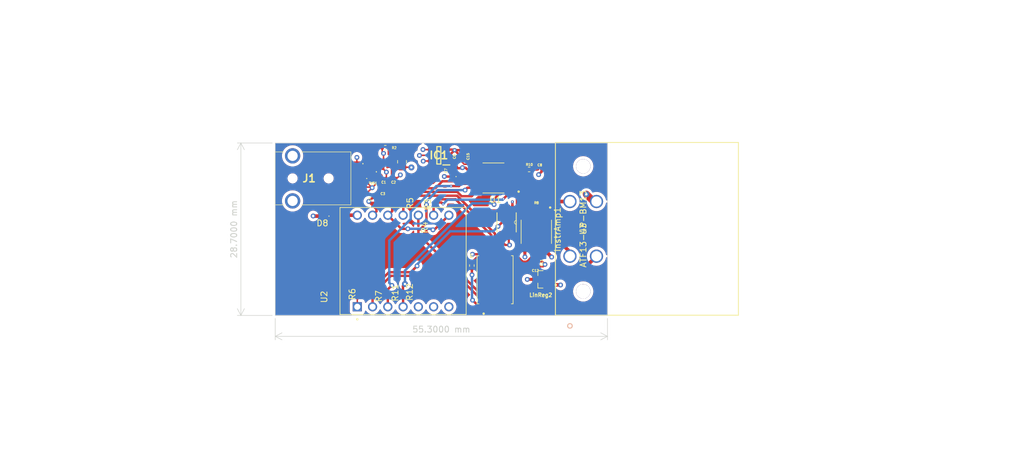
<source format=kicad_pcb>
(kicad_pcb (version 20221018) (generator pcbnew)
  (layers (0 "F.Cu" signal) (1 "In1.Cu" signal) (2 "In2.Cu" signal) (31 "B.Cu" signal) (34 "B.Paste" user) (35 "F.Paste" user) (36 "B.SilkS" user "B.Silkscreen") (37 "F.SilkS" user "F.Silkscreen") (38 "B.Mask" user) (39 "F.Mask" user) (44 "Edge.Cuts" user))
  (net 0 "")
  (net 1 "GND")
  (net 2 "5.5V")
  (net 3 "Net-(BConv1-FB)")
  (net 5 "3v3")
  (net 6 "GND1")
  (net 7 "Net-(IC1-OUT)")
  (net 8 "Net-(U1-AIN1)")
  (net 9 "DAC-Bias")
  (net 10 "Net-(D8-K)")
  (net 12 "CS-DAC")
  (net 13 "SClk")
  (net 14 "MOSI")
  (net 15 "CS-MEM")
  (net 16 "Net-(InstrAmp1--IN)")
  (net 17 "Net-(InstrAmp1-RG_1)")
  (net 18 "Net-(InstrAmp1-RG_2)")
  (net 19 "Net-(InstrAmp1-+IN)")
  (net 20 "AmplifiedSig")
  (net 23 "Ready")
  (net 24 "Net-(LinReg2-VOUT)")
  (net 25 "MISO")
  (net 26 "Net-(U2-PA7_A8_D8_SCK)")
  (net 27 "Net-(U2-PA5_A9_D9_MISO)")
  (net 28 "Net-(U2-PA6_A10_D10_MOSI)")
  (net 30 "Net-(U2-PA02_A0_D0)")
  (net 31 "CS-ADC")
  (net 33 "Net-(U2-PA4_A1_D1)")
  (net 34 "Net-(U2-PA10_A2_D2)")
  (net 35 "Net-(U2-PA11_A3_D3)")
  (net 37 "Net-(BConv1-EN)")
  (footprint "21xt_footprints:SOT91P240X110-3N" (layer "F.Cu") (at 160.17 145.7 180)
    (fp_text reference "LinReg2")
    (fp_text value "AP2120N-5.0TRG1" hide)
  )
  (footprint "Capacitor_SMD:C_0201_0603Metric" (layer "F.Cu") (at 135.485 128.825)
    (fp_text reference "C2")
    (fp_text value "47uF" hide)
  )
  (footprint "21xt_footprints:MCP1501-50" (layer "F.Cu") (at 143.04 125.05 180)
    (fp_text reference "IC1")
    (fp_text value "MCP1501T-50E_CHY" hide)
  )
  (footprint "Diode_SMD:D_0402_1005Metric" (layer "F.Cu") (at 145.905 127.5025 90)
    (fp_text reference "Zener1" hide)
    (fp_text value "7v")
  )
  (footprint "Resistor_SMD:R_0201_0603Metric" (layer "F.Cu") (at 142.24 133.22 90)
    (fp_text reference "R3")
    (fp_text value "45.5" hide)
  )
  (footprint "Capacitor_SMD:C_0201_0603Metric" (layer "F.Cu") (at 146.36 125.27 90)
    (fp_text reference "C6")
    (fp_text value "0.1uF" hide)
  )
  (footprint "Resistor_SMD:R_0201_0603Metric" (layer "F.Cu") (at 137.07 148.46 -90)
    (fp_text reference "R12")
    (fp_text value "45.5" hide)
  )
  (footprint "Capacitor_SMD:C_0201_0603Metric" (layer "F.Cu") (at 159.82 127.35)
    (fp_text reference "C8")
    (fp_text value "1nF" hide)
  )
  (footprint "Resistor_SMD:R_0201_0603Metric" (layer "F.Cu") (at 137.13 133.21 90)
    (fp_text reference "R5")
    (fp_text value "45.5" hide)
  )
  (footprint "Resistor_SMD:R_0805_2012Metric" (layer "F.Cu") (at 136.915 126.125 90)
    (fp_text reference "R1" hide)
    (fp_text value "806k" hide)
  )
  (footprint "21xt_footprints:MODULE_102010388" (layer "F.Cu") (at 137.09 142.64 90)
    (fp_text reference "U2")
    (fp_text value "102010388" hide)
  )
  (footprint "21xt_footprints:SPIFLASH" (layer "F.Cu") (at 152.405 145.76 90)
    (fp_text reference "F1" hide)
    (fp_text value "~")
  )
  (footprint "Diode_SMD:D_0402_1005Metric" (layer "F.Cu") (at 132.13 128.91)
    (fp_text reference "TVS1")
    (fp_text value "1.5KExxA" hide)
  )
  (footprint "Capacitor_SMD:C_0201_0603Metric" (layer "F.Cu") (at 159.11 142.75)
    (fp_text reference "C11")
    (fp_text value "0.1uF" hide)
  )
  (footprint "21xt_footprints:AUXJACK" (layer "F.Cu") (at 121.45 128.89)
    (fp_text reference "J1")
    (fp_text value "SJ-3541AS-SMT-TR-67" hide)
  )
  (footprint "Resistor_SMD:R_0201_0603Metric" (layer "F.Cu") (at 134.57 148.48 -90)
    (fp_text reference "R11")
    (fp_text value "45.5" hide)
  )
  (footprint "21xt_footprints:TPSM83100SIUR" (layer "F.Cu") (at 133.54 126.35 90)
    (fp_text reference "BConv1" hide)
    (fp_text value "TPSM83100SIUR" hide)
  )
  (footprint "Resistor_SMD:R_0201_0603Metric" (layer "F.Cu") (at 132 148.5 -90)
    (fp_text reference "R7")
    (fp_text value "45.5" hide)
  )
  (footprint "Resistor_SMD:R_0201_0603Metric" (layer "F.Cu") (at 159.29 133.63 180)
    (fp_text reference "R8")
    (fp_text value "24.7" hide)
  )
  (footprint "Resistor_SMD:R_0201_0603Metric" (layer "F.Cu") (at 139.64 137.06 -90)
    (fp_text reference "R4")
    (fp_text value "45.5" hide)
  )
  (footprint "Capacitor_SMD:C_0201_0603Metric" (layer "F.Cu") (at 133.66 132.13 180)
    (fp_text reference "C3")
    (fp_text value "0.1uF" hide)
  )
  (footprint "Resistor_SMD:R_0201_0603Metric" (layer "F.Cu") (at 129.51 148.51 -90)
    (fp_text reference "R6")
    (fp_text value "45.5" hide)
  )
  (footprint "Resistor_SMD:R_0402_1005Metric" (layer "F.Cu") (at 158.07 127.41)
    (fp_text reference "R10")
    (fp_text value "12.9k" hide)
  )
  (footprint "Capacitor_SMD:C_0201_0603Metric" (layer "F.Cu") (at 159.08 143.55)
    (fp_text reference "C12")
    (fp_text value "100uF" hide)
  )
  (footprint "Capacitor_SMD:C_0201_0603Metric" (layer "F.Cu") (at 133.89 128.85 180)
    (fp_text reference "C1")
    (fp_text value "22uF" hide)
  )
  (footprint "Capacitor_SMD:C_0201_0603Metric" (layer "F.Cu") (at 147.2 125.28 90)
    (fp_text reference "C15")
    (fp_text value "100uF" hide)
  )
  (footprint "Diode_SMD:D_0402_1005Metric" (layer "F.Cu") (at 123.6625 135.17 180)
    (fp_text reference "D8")
    (fp_text value "Schottky")
  )
  (footprint "21xt_footprints:ATF13-4P-BM13" (layer "F.Cu") (at 164.86 141.840002 90)
    (fp_text reference "U3")
    (fp_text value "ATF13-4P-BM13")
  )
  (footprint "21xt_footprints:INA821" (layer "F.Cu") (at 159.265 137.78 -90)
    (fp_text reference "InstrAmp1")
    (fp_text value "INA821IDGKT" hide)
  )
  (footprint "Capacitor_SMD:C_0201_0603Metric" (layer "F.Cu") (at 144.915 127.65 -90)
    (fp_text reference "C7")
    (fp_text value "50uF" hide)
  )
  (footprint "Resistor_SMD:R_0402_1005Metric" (layer "F.Cu") (at 134.125 123.775 180)
    (fp_text reference "R2")
    (fp_text value "80.6k" hide)
  )
  (footprint "21xt_footprints:SOP65P640X120-16N" (layer "F.Cu") (at 152.13 128.82 180)
    (fp_text reference "U1")
    (fp_text value "ADS1120")
  )
  (footprint "Resistor_SMD:R_0402_1005Metric" (layer "F.Cu") (at 148.54 143.4 90)
    (fp_text reference "R9")
    (fp_text value "10k" hide)
  )
  (footprint "21xt_footprints:AD5626" (layer "F.Cu") (at 154.32 136.21 -90)
    (fp_text reference "DAC1" hide)
    (fp_text value "AD5626BRMZ" hide)
  )
  (footprint "Capacitor_SMD:C_0201_0603Metric" (layer "F.Cu") (at 133.65 132.97 180)
    (fp_text reference "C4")
    (fp_text value "100uF" hide)
  )
  (gr_rect (start 115.81 123) (end 171.11 151.7) (stroke (width 0.1)) (fill none) (layer "Edge.Cuts"))
  (dimension (type aligned) (layer "Edge.Cuts") (pts (xy 115.81 151.7) (xy 115.81 123)) (height -5.72) (gr_text "28.7000 mm" (at 108.94 137.35 90) (layer "Edge.Cuts") (effects (font (size 1 1) (thickness 0.15)))) (format (prefix "") (suffix "") (units 3) (units_format 1) (precision 4)) (style (thickness 0.1) (arrow_length 1.27) (text_position_mode 0) (extension_height 0.58642) (extension_offset 0.5) keep_text_aligned))
  (dimension (type aligned) (layer "Edge.Cuts") (pts (xy 115.81 151.7) (xy 171.11 151.7)) (height 3.479999) (gr_text "55.3000 mm" (at 143.46 154.029999) (layer "Edge.Cuts") (effects (font (size 1 1) (thickness 0.15)))) (format (prefix "") (suffix "") (units 3) (units_format 1) (precision 4)) (style (thickness 0.1) (arrow_length 1.27) (text_position_mode 0) (extension_height 0.58642) (extension_offset 0.5) keep_text_aligned))
  (segment (start 133.835 124.725) (end 133.835 125.745) (width 0.25) (layer "F.Cu") (net 1))
  (segment (start 146.36 124.89) (end 145.66 124.19) (width 0.4) (layer "F.Cu") (net 1))
  (segment (start 145.57 124.1) (end 145.66 124.19) (width 0.4) (layer "F.Cu") (net 1))
  (segment (start 131.83 130.34) (end 129.4 130.34) (width 0.25) (layer "F.Cu") (net 1))
  (segment (start 160.24 142.75) (end 159.43 142.75) (width 0.35) (layer "F.Cu") (net 1))
  (segment (start 133.33 132.97) (end 131.62 132.97) (width 0.4) (layer "F.Cu") (net 1))
  (segment (start 133.66 127.37) (end 133.24 126.95) (width 0.25) (layer "F.Cu") (net 1))
  (segment (start 136.115 128.825) (end 136.63 128.31) (width 0.25) (layer "F.Cu") (net 1))
  (segment (start 131.94 130.45) (end 132.615 129.775) (width 0.25) (layer "F.Cu") (net 1))
  (segment (start 133.615 123.775) (end 133.615 124.505) (width 0.25) (layer "F.Cu") (net 1))
  (segment (start 160.7 143.21) (end 160.24 142.75) (width 0.35) (layer "F.Cu") (net 1))
  (segment (start 146.97 127.11) (end 147.476371 127.11) (width 0.4) (layer "F.Cu") (net 1))
  (segment (start 132.66 134.37) (end 132.01 135.02) (width 0.4) (layer "F.Cu") (net 1))
  (segment (start 148.211371 127.845) (end 149.26 127.845) (width 0.4) (layer "F.Cu") (net 1))
  (segment (start 133.84 127.37) (end 134.31 127.84) (width 0.25) (layer "F.Cu") (net 1))
  (segment (start 144.8 125.05) (end 145.66 124.19) (width 0.4) (layer "F.Cu") (net 1))
  (segment (start 133.835 125.745) (end 133.84 125.75) (width 0.25) (layer "F.Cu") (net 1))
  (segment (start 168.8 132.74) (end 167.6 131.54) (width 1.2) (layer "F.Cu") (net 1))
  (segment (start 163.285 146.615) (end 163.3 146.63) (width 0.6) (layer "F.Cu") (net 1))
  (segment (start 145.155 127.11) (end 145.2475 127.0175) (width 0.25) (layer "F.Cu") (net 1))
  (segment (start 134.31 127.84) (end 134.31 128.75) (width 0.25) (layer "F.Cu") (net 1))
  (segment (start 131.94 130.45) (end 131.05 131.34) (width 0.25) (layer "F.Cu") (net 1))
  (segment (start 141.79 125.05) (end 139.83 125.05) (width 0.25) (layer "F.Cu") (net 1))
  (segment (start 154.6902 138.4044) (end 154.6902 139.8602) (width 0.35) (layer "F.Cu") (net 1))
  (segment (start 145.2475 127.0175) (end 145.905 127.0175) (width 0.25) (layer "F.Cu") (net 1))
  (segment (start 153.3948 138.4044) (end 153.3948 139.26493) (width 0.35) (layer "F.Cu") (net 1))
  (segment (start 133.84 126.95) (end 133.84 127.37) (width 0.25) (layer "F.Cu") (net 1))
  (segment (start 133.615 124.505) (end 133.835 124.725) (width 0.25) (layer "F.Cu") (net 1))
  (segment (start 144.29 124.1) (end 145.57 124.1) (width 0.4) (layer "F.Cu") (net 1))
  (segment (start 160.7 143.21) (end 160.36 143.55) (width 0.35) (layer "F.Cu") (net 1))
  (segment (start 144.915 127.33) (end 145.135 127.11) (width 0.25) (layer "F.Cu") (net 1))
  (segment (start 146.43 124.19) (end 147.2 124.96) (width 0.4) (layer "F.Cu") (net 1))
  (segment (start 144.29 125.05) (end 144.8 125.05) (width 0.4) (layer "F.Cu") (net 1))
  (segment (start 154.10987 139.98) (end 154.81 139.98) (width 0.35) (layer "F.Cu") (net 1))
  (segment (start 132.615 129.775) (end 132.615 128.91) (width 0.25) (layer "F.Cu") (net 1))
  (segment (start 145.135 127.11) (end 145.155 127.11) (width 0.25) (layer "F.Cu") (net 1))
  (segment (start 131.38 132.73) (end 131.62 132.97) (width 0.4) (layer "F.Cu") (net 1))
  (segment (start 145.66 124.19) (end 146.43 124.19) (width 0.4) (layer "F.Cu") (net 1))
  (segment (start 130.38 128.89) (end 129.4 128.89) (width 0.25) (layer "F.Cu") (net 1))
  (segment (start 131.94 130.45) (end 130.38 128.89) (width 0.25) (layer "F.Cu") (net 1))
  (segment (start 161.24 146.615) (end 163.285 146.615) (width 0.6) (layer "F.Cu") (net 1))
  (segment (start 131.98 132.13) (end 133.34 132.13) (width 0.4) (layer "F.Cu") (net 1))
  (segment (start 131.38 132.73) (end 131.98 132.13) (width 0.4) (layer "F.Cu") (net 1))
  (segment (start 131.38 132.73) (end 132.66 134.01) (width 0.4) (layer "F.Cu") (net 1))
  (segment (start 154.6902 139.8602) (end 154.81 139.98) (width 0.35) (layer "F.Cu") (net 1))
  (segment (start 134.31 128.75) (end 134.21 128.85) (width 0.25) (layer "F.Cu") (net 1))
  (segment (start 146.36 124.95) (end 146.36 124.89) (width 0.4) (layer "F.Cu") (net 1))
  (segment (start 132.66 134.01) (end 132.66 134.37) (width 0.4) (layer "F.Cu") (net 1))
  (segment (start 160.14 127.35) (end 160.14 127.785) (width 0.4) (layer "F.Cu") (net 1))
  (segment (start 146.8825 127.1975) (end 146.97 127.11) (width 0.4) (layer "F.Cu") (net 1))
  (segment (start 139.83 125.05) (end 139.81 125.07) (width 0.25) (layer "F.Cu") (net 1))
  (segment (start 131.05 131.34) (end 129.4 131.34) (width 0.25) (layer "F.Cu") (net 1))
  (segment (start 169.28 132.74) (end 168.8 132.74) (width 1.2) (layer "F.Cu") (net 1))
  (segment (start 160.36 143.55) (end 159.4 143.55) (width 0.35) (layer "F.Cu") (net 1))
  (segment (start 131.94 130.45) (end 131.83 130.34) (width 0.25) (layer "F.Cu") (net 1))
  (segment (start 145.99 127.1975) (end 146.8825 127.1975) (width 0.4) (layer "F.Cu") (net 1))
  (segment (start 160.14 127.785) (end 159.655 128.27) (width 0.4) (layer "F.Cu") (net 1))
  (segment (start 157.36 141.96) (end 157.37 141.97) (width 0.5) (layer "F.Cu") (net 1))
  (segment (start 129.4 126.44) (end 129.4 125.4) (width 0.25) (layer "F.Cu") (net 1))
  (segment (start 153.3948 139.26493) (end 154.10987 139.98) (width 0.35) (layer "F.Cu") (net 1))
  (segment (start 133.84 127.37) (end 133.66 127.37) (width 0.25) (layer "F.Cu") (net 1))
  (segment (start 147.476371 127.11) (end 148.211371 127.845) (width 0.4) (layer "F.Cu") (net 1))
  (segment (start 135.805 128.825) (end 136.115 128.825) (width 0.25) (layer "F.Cu") (net 1))
  (segment (start 157.36 140.25) (end 157.36 141.96) (width 0.5) (layer "F.Cu") (net 1))
  (via (at 146.97 127.11) (size 0.8) (drill 0.4) (layers "F.Cu" "B.Cu") (net 1))
  (via (at 134.31 127.84) (size 0.8) (drill 0.4) (layers "F.Cu" "B.Cu") (net 1))
  (via (at 159.655 128.27) (size 0.8) (drill 0.4) (layers "F.Cu" "B.Cu") (net 1))
  (via (at 136.63 128.31) (size 0.8) (drill 0.4) (layers "F.Cu" "B.Cu") (net 1))
  (via (at 154.81 139.98) (size 0.8) (drill 0.4) (layers "F.Cu" "B.Cu") (net 1))
  (via (at 145.66 124.19) (size 0.7) (drill 0.3) (layers "F.Cu" "B.Cu") (net 1))
  (via (at 160.7 143.21) (size 0.8) (drill 0.4) (layers "F.Cu" "B.Cu") (net 1))
  (via (at 163.3 146.63) (size 0.8) (drill 0.4) (layers "F.Cu" "B.Cu") (net 1))
  (via (at 139.81 125.07) (size 0.8) (drill 0.4) (layers "F.Cu" "B.Cu") (net 1))
  (via (at 131.38 132.73) (size 0.8) (drill 0.4) (layers "F.Cu" "B.Cu") (net 1))
  (via (at 167.6 131.54) (size 1) (drill 0.4) (layers "F.Cu" "B.Cu") (net 1))
  (via (at 133.835 124.725) (size 0.8) (drill 0.4) (layers "F.Cu" "B.Cu") (net 1))
  (via (at 129.4 125.4) (size 0.8) (drill 0.4) (layers "F.Cu" "B.Cu") (net 1))
  (via (at 131.94 130.45) (size 0.8) (drill 0.4) (layers "F.Cu" "B.Cu") (net 1))
  (via (at 157.37 141.97) (size 0.8) (drill 0.4) (layers "F.Cu" "B.Cu") (net 1))
  (segment (start 144.915 128.22) (end 145.285 128.59) (width 0.25) (layer "F.Cu") (net 2))
  (segment (start 149.26 128.495) (end 146.37 128.495) (width 0.4) (layer "F.Cu") (net 2))
  (segment (start 144.915 127.97) (end 144.915 128.22) (width 0.25) (layer "F.Cu") (net 2))
  (segment (start 141.79 124.1) (end 140.41 124.1) (width 0.25) (layer "F.Cu") (net 2))
  (segment (start 141.79 126) (end 140.46 126) (width 0.25) (layer "F.Cu") (net 2))
  (segment (start 134.935 127.0375) (end 135.165 127.2675) (width 0.25) (layer "F.Cu") (net 2))
  (segment (start 155.2852 132.7852) (end 155.2852 134.0256) (width 0.4) (layer "F.Cu") (net 2))
  (segment (start 145.285 128.59) (end 145.71 128.59) (width 0.4) (layer "F.Cu") (net 2))
  (segment (start 123.1775 135.17) (end 122.14 135.17) (width 0.6) (layer "F.Cu") (net 2))
  (segment (start 140.41 124.1) (end 140.4 124.09) (width 0.25) (layer "F.Cu") (net 2))
  (segment (start 136.915 127.0375) (end 134.935 127.0375) (width 0.25) (layer "F.Cu") (net 2))
  (segment (start 122.14 135.17) (end 122.12 135.15) (width 0.6) (layer "F.Cu") (net 2))
  (segment (start 138.4375 127.0375) (end 138.47 127.07) (width 0.25) (layer "F.Cu") (net 2))
  (segment (start 145.905 128.22) (end 146.275 128.59) (width 0.25) (layer "F.Cu") (net 2))
  (segment (start 161.82 141.98) (end 161.17 141.33) (width 0.6) (layer "F.Cu") (net 2))
  (segment (start 143.9695 128.59) (end 143.95 128.5705) (width 0.4) (layer "F.Cu") (net 2))
  (segment (start 145.71 128.59) (end 143.9695 128.59) (width 0.4) (layer "F.Cu") (net 2))
  (segment (start 135.165 127.2675) (end 135.165 128.825) (width 0.25) (layer "F.Cu") (net 2))
  (segment (start 159.1 145.7) (end 157.76 145.7) (width 0.5) (layer "F.Cu") (net 2))
  (segment (start 145.71 128.59) (end 146.215 128.59) (width 0.4) (layer "F.Cu") (net 2))
  (segment (start 145.905 127.9875) (end 145.905 128.22) (width 0.25) (layer "F.Cu") (net 2))
  (segment (start 140.46 126) (end 140.44 126.02) (width 0.25) (layer "F.Cu") (net 2))
  (segment (start 134.5275 127.0375) (end 134.44 126.95) (width 0.25) (layer "F.Cu") (net 2))
  (segment (start 146.37 128.495) (end 146.275 128.59) (width 0.4) (layer "F.Cu") (net 2))
  (segment (start 136.915 127.0375) (end 138.4375 127.0375) (width 0.25) (layer "F.Cu") (net 2))
  (segment (start 134.935 127.0375) (end 134.5275 127.0375) (width 0.25) (layer "F.Cu") (net 2))
  (segment (start 161.17 141.33) (end 161.17 140.25) (width 0.6) (layer "F.Cu") (net 2))
  (via (at 138.47 127.07) (size 1) (drill 0.4) (layers "F.Cu" "B.Cu") (net 2))
  (via (at 161.82 141.98) (size 0.8) (drill 0.4) (layers "F.Cu" "B.Cu") (net 2))
  (via (at 140.4 124.09) (size 0.8) (drill 0.4) (layers "F.Cu" "B.Cu") (net 2))
  (via (at 143.95 128.5705) (size 0.8) (drill 0.4) (layers "F.Cu" "B.Cu") (net 2))
  (via (at 122.12 135.15) (size 0.8) (drill 0.4) (layers "F.Cu" "B.Cu") (net 2))
  (via (at 155.2852 132.7852) (size 0.5) (drill 0.2) (layers "F.Cu" "B.Cu") (net 2))
  (via (at 157.76 145.7) (size 0.8) (drill 0.4) (layers "F.Cu" "B.Cu") (net 2))
  (via (at 140.44 126.02) (size 0.8) (drill 0.4) (layers "F.Cu" "B.Cu") (net 2))
  (segment (start 134.9775 125.2125) (end 134.635 124.87) (width 0.25) (layer "F.Cu") (net 3))
  (segment (start 134.635 124.87) (end 134.635 123.775) (width 0.25) (layer "F.Cu") (net 3))
  (segment (start 134.9775 125.2125) (end 136.915 125.2125) (width 0.25) (layer "F.Cu") (net 3))
  (segment (start 134.44 125.75) (end 134.9775 125.2125) (width 0.25) (layer "F.Cu") (net 3))
  (segment (start 142.06 137.45) (end 142.28 137.45) (width 0.4) (layer "F.Cu") (net 5))
  (segment (start 149.82 141.61) (end 148.54 142.89) (width 0.4) (layer "F.Cu") (net 5))
  (segment (start 150.5 141.61) (end 149.82 141.61) (width 0.4) (layer "F.Cu") (net 5))
  (segment (start 142.449129 130.54) (end 143.618629 129.3705) (width 0.4) (layer "F.Cu") (net 5))
  (segment (start 135.295 134.325) (end 135.295 134.09) (width 0.4) (layer "F.Cu") (net 5))
  (segment (start 135.9525 133.4325) (end 135.9525 133.0975) (width 0.4) (layer "F.Cu") (net 5))
  (segment (start 134.65 132.13) (end 133.98 132.13) (width 0.4) (layer "F.Cu") (net 5))
  (segment (start 135.295 133.725) (end 134.54 132.97) (width 0.4) (layer "F.Cu") (net 5))
  (segment (start 134.6 135.02) (end 135.295 134.325) (width 0.4) (layer "F.Cu") (net 5))
  (segment (start 134.55 135.02) (end 134.6 135.02) (width 0.4) (layer "F.Cu") (net 5))
  (segment (start 135.295 134.09) (end 135.9525 133.4325) (width 0.4) (layer "F.Cu") (net 5))
  (segment (start 138.51 130.54) (end 142.449129 130.54) (width 0.4) (layer "F.Cu") (net 5))
  (segment (start 142.28 137.45) (end 144.71 135.02) (width 0.4) (layer "F.Cu") (net 5))
  (segment (start 148.64 141.52) (end 150.41 141.52) (width 0.4) (layer "F.Cu") (net 5))
  (segment (start 136.810332 137.280332) (end 134.55 135.02) (width 0.4) (layer "F.Cu") (net 5))
  (segment (start 135.295 134.09) (end 135.295 133.725) (width 0.4) (layer "F.Cu") (net 5))
  (segment (start 146.343028 129.3705) (end 146.568528 129.145) (width 0.4) (layer "F.Cu") (net 5))
  (segment (start 150.41 141.52) (end 150.5 141.61) (width 0.4) (layer "F.Cu") (net 5))
  (segment (start 146.568528 129.145) (end 149.26 129.145) (width 0.4) (layer "F.Cu") (net 5))
  (segment (start 135.9525 133.0975) (end 138.51 130.54) (width 0.4) (layer "F.Cu") (net 5))
  (segment (start 137.880332 137.280332) (end 136.810332 137.280332) (width 0.4) (layer "F.Cu") (net 5))
  (segment (start 134.54 132.97) (end 133.97 132.97) (width 0.4) (layer "F.Cu") (net 5))
  (segment (start 143.618629 129.3705) (end 146.343028 129.3705) (width 0.4) (layer "F.Cu") (net 5))
  (segment (start 134.65 132.13) (end 135.9525 133.4325) (width 0.4) (layer "F.Cu") (net 5))
  (via (at 148.64 141.52) (size 0.8) (drill 0.4) (layers "F.Cu" "B.Cu") (net 5))
  (via (at 137.880332 137.280332) (size 0.8) (drill 0.4) (layers "F.Cu" "B.Cu") (net 5))
  (via (at 142.06 137.45) (size 0.8) (drill 0.4) (layers "F.Cu" "B.Cu") (net 5))
  (segment (start 137.880332 137.280332) (end 141.890332 137.280332) (width 0.4) (layer "B.Cu") (net 5))
  (segment (start 141.890332 137.280332) (end 142.06 137.45) (width 0.4) (layer "B.Cu") (net 5))
  (segment (start 146.63 126.04) (end 144.33 126.04) (width 0.25) (layer "F.Cu") (net 7))
  (segment (start 147.2 125.83) (end 146.99 126.04) (width 0.25) (layer "F.Cu") (net 7))
  (segment (start 147.265 126.545) (end 149.26 126.545) (width 0.25) (layer "F.Cu") (net 7))
  (segment (start 147.2 125.6) (end 147.2 125.83) (width 0.25) (layer "F.Cu") (net 7))
  (segment (start 146.76 126.04) (end 146.63 126.04) (width 0.25) (layer "F.Cu") (net 7))
  (segment (start 146.76 126.04) (end 147.265 126.545) (width 0.25) (layer "F.Cu") (net 7))
  (segment (start 146.52 126.04) (end 146.63 126.04) (width 0.25) (layer "F.Cu") (net 7))
  (segment (start 144.33 126.04) (end 144.29 126) (width 0.25) (layer "F.Cu") (net 7))
  (segment (start 146.36 125.88) (end 146.52 126.04) (width 0.25) (layer "F.Cu") (net 7))
  (segment (start 146.36 125.77) (end 146.36 125.88) (width 0.25) (layer "F.Cu") (net 7))
  (segment (start 146.99 126.04) (end 146.76 126.04) (width 0.25) (layer "F.Cu") (net 7))
  (segment (start 149.26 127.195) (end 150.135664 127.195) (width 0.4) (layer "F.Cu") (net 8))
  (segment (start 150.135664 127.195) (end 151.390664 125.94) (width 0.4) (layer "F.Cu") (net 8))
  (segment (start 158.58 127.353396) (end 158.58 127.41) (width 0.4) (layer "F.Cu") (net 8))
  (segment (start 157.166604 125.94) (end 158.58 127.353396) (width 0.4) (layer "F.Cu") (net 8))
  (segment (start 158.58 127.41) (end 159.44 127.41) (width 0.4) (layer "F.Cu") (net 8))
  (segment (start 151.390664 125.94) (end 157.166604 125.94) (width 0.4) (layer "F.Cu") (net 8))
  (segment (start 157.788008 142.648008) (end 157.89 142.75) (width 0.35) (layer "F.Cu") (net 9))
  (segment (start 157.788008 142.648008) (end 158.63 141.806016) (width 0.35) (layer "F.Cu") (net 9))
  (segment (start 157.005 142.745) (end 157.691016 142.745) (width 0.35) (layer "F.Cu") (net 9))
  (segment (start 156.96 131.451472) (end 156.04 132.371472) (width 0.4) (layer "F.Cu") (net 9))
  (segment (start 156.96 128.279336) (end 156.96 131.451472) (width 0.4) (layer "F.Cu") (net 9))
  (segment (start 155.3252 138.4044) (end 155.93 139.0092) (width 0.35) (layer "F.Cu") (net 9))
  (segment (start 156.04 132.371472) (end 156.04 138.8992) (width 0.4) (layer "F.Cu") (net 9))
  (segment (start 157.91 142.75) (end 157.89 142.75) (width 0.35) (layer "F.Cu") (net 9))
  (segment (start 155.93 139.0092) (end 155.93 141.67) (width 0.35) (layer "F.Cu") (net 9))
  (segment (start 158.71 143.55) (end 157.91 142.75) (width 0.35) (layer "F.Cu") (net 9))
  (segment (start 158.76 143.55) (end 158.71 143.55) (width 0.35) (layer "F.Cu") (net 9))
  (segment (start 156.04 138.8992) (end 155.93 139.0092) (width 0.4) (layer "F.Cu") (net 9))
  (segment (start 155 127.195) (end 155.875664 127.195) (width 0.4) (layer "F.Cu") (net 9))
  (segment (start 157.691016 142.745) (end 157.788008 142.648008) (width 0.35) (layer "F.Cu") (net 9))
  (segment (start 158.63 141.806016) (end 158.63 140.25) (width 0.35) (layer "F.Cu") (net 9))
  (segment (start 155.93 141.67) (end 157.005 142.745) (width 0.35) (layer "F.Cu") (net 9))
  (segment (start 155.875664 127.195) (end 156.96 128.279336) (width 0.4) (layer "F.Cu") (net 9))
  (segment (start 157.89 142.75) (end 158.79 142.75) (width 0.35) (layer "F.Cu") (net 9))
  (segment (start 129.47 135.02) (end 124.2975 135.02) (width 0.6) (layer "F.Cu") (net 10))
  (segment (start 124.2975 135.02) (end 124.1475 135.17) (width 0.6) (layer "F.Cu") (net 10))
  (segment (start 131.13 148.19) (end 129.51 148.19) (width 0.4) (layer "F.Cu") (net 12))
  (segment (start 131.4 147.92) (end 131.13 148.19) (width 0.4) (layer "F.Cu") (net 12))
  (segment (start 138.37 144.51) (end 134.732892 144.51) (width 0.4) (layer "F.Cu") (net 12))
  (segment (start 134.732892 144.51) (end 131.4 147.842892) (width 0.4) (layer "F.Cu") (net 12))
  (segment (start 154.6502 134.0256) (end 154.6502 135.1198) (width 0.4) (layer "F.Cu") (net 12))
  (segment (start 131.4 147.842892) (end 131.4 147.92) (width 0.4) (layer "F.Cu") (net 12))
  (segment (start 154.6502 135.1198) (end 152.89 136.88) (width 0.4) (layer "F.Cu") (net 12))
  (segment (start 139.42 143.46) (end 138.37 144.51) (width 0.4) (layer "F.Cu") (net 12))
  (via (at 139.42 143.46) (size 0.8) (drill 0.4) (layers "F.Cu" "B.Cu") (net 12))
  (via (at 152.89 136.88) (size 0.8) (drill 0.4) (layers "F.Cu" "B.Cu") (net 12))
  (segment (start 144.93 137.7) (end 152.07 137.7) (width 0.4) (layer "B.Cu") (net 12))
  (segment (start 152.07 137.7) (end 152.89 136.88) (width 0.4) (layer "B.Cu") (net 12))
  (segment (start 139.42 143.46) (end 139.42 143.21) (width 0.4) (layer "B.Cu") (net 12))
  (segment (start 139.42 143.21) (end 144.93 137.7) (width 0.4) (layer "B.Cu") (net 12))
  (segment (start 151.77 138.318528) (end 151.77 141.61) (width 0.4) (layer "F.Cu") (net 13))
  (segment (start 145.821472 132.37) (end 151.77 138.318528) (width 0.4) (layer "F.Cu") (net 13))
  (segment (start 143.47 132.9) (end 142.24 132.9) (width 0.4) (layer "F.Cu") (net 13))
  (segment (start 143.74 133.17) (end 143.47 132.9) (width 0.4) (layer "F.Cu") (net 13))
  (segment (start 142.24 132.9) (end 142.24 132.83) (width 0.4) (layer "F.Cu") (net 13))
  (segment (start 142.7 132.37) (end 145.821472 132.37) (width 0.4) (layer "F.Cu") (net 13))
  (segment (start 153.8025 132.2925) (end 155 131.095) (width 0.4) (layer "F.Cu") (net 13))
  (segment (start 142.24 132.83) (end 142.7 132.37) (width 0.4) (layer "F.Cu") (net 13))
  (via (at 143.74 133.17) (size 0.4) (drill 0.2) (layers "F.Cu" "B.Cu") (net 13))
  (via (at 153.8025 132.2925) (size 0.4) (drill 0.2) (layers "F.Cu" "B.Cu") (net 13))
  (segment (start 144.47 132.44) (end 153.655 132.44) (width 0.4) (layer "B.Cu") (net 13))
  (segment (start 153.655 132.44) (end 153.8025 132.2925) (width 0.4) (layer "B.Cu") (net 13))
  (segment (start 143.74 133.17) (end 144.47 132.44) (width 0.4) (layer "B.Cu") (net 13))
  (segment (start 153.3548 134.0256) (end 153.1389 134.2415) (width 0.4) (layer "F.Cu") (net 14))
  (segment (start 148.495 131.86) (end 146.83 131.86) (width 0.4) (layer "F.Cu") (net 14))
  (segment (start 146.11 131.14) (end 138.88 131.14) (width 0.4) (layer "F.Cu") (net 14))
  (segment (start 149.26 131.095) (end 148.495 131.86) (width 0.4) (layer "F.Cu") (net 14))
  (segment (start 148.5415 134.2415) (end 146.07 131.77) (width 0.4) (layer "F.Cu") (net 14))
  (segment (start 153.475686 140.33) (end 154.31 141.164314) (width 0.4) (layer "F.Cu") (net 14))
  (segment (start 154.31 141.164314) (end 154.31 141.61) (width 0.4) (layer "F.Cu") (net 14))
  (segment (start 137.13 132.89) (end 138.25 131.77) (width 0.4) (layer "F.Cu") (net 14))
  (segment (start 146.83 131.86) (end 146.11 131.14) (width 0.4) (layer "F.Cu") (net 14))
  (segment (start 152.37 140.1) (end 152.6 140.33) (width 0.4) (layer "F.Cu") (net 14))
  (segment (start 153.1389 134.2415) (end 148.5415 134.2415) (width 0.4) (layer "F.Cu") (net 14))
  (segment (start 152.37 138.07) (end 152.37 140.1) (width 0.4) (layer "F.Cu") (net 14))
  (segment (start 138.25 131.77) (end 146.07 131.77) (width 0.4) (layer "F.Cu") (net 14))
  (segment (start 146.07 131.77) (end 152.37 138.07) (width 0.4) (layer "F.Cu") (net 14))
  (segment (start 138.88 131.14) (end 138.25 131.77) (width 0.4) (layer "F.Cu") (net 14))
  (segment (start 152.6 140.33) (end 153.475686 140.33) (width 0.4) (layer "F.Cu") (net 14))
  (segment (start 150.5 149.91) (end 149.41 149.91) (width 0.4) (layer "F.Cu") (net 15))
  (segment (start 148.54 144.93) (end 148.56 144.95) (width 0.4) (layer "F.Cu") (net 15))
  (segment (start 146.14 145.11) (end 135.07 145.11) (width 0.4) (layer "F.Cu") (net 15))
  (segment (start 148.54 143.91) (end 148.54 144.93) (width 0.4) (layer "F.Cu") (net 15))
  (segment (start 149.41 149.91) (end 148.66 149.16) (width 0.4) (layer "F.Cu") (net 15))
  (segment (start 150.5 149.91) (end 150.5 149.46) (width 0.4) (layer "F.Cu") (net 15))
  (segment (start 150.19 149.16) (end 146.14 145.11) (width 0.4) (layer "F.Cu") (net 15))
  (segment (start 150.5 149.46) (end 150.2 149.16) (width 0.4) (layer "F.Cu") (net 15))
  (segment (start 150.2 149.16) (end 150.19 149.16) (width 0.4) (layer "F.Cu") (net 15))
  (segment (start 135.07 145.11) (end 132 148.18) (width 0.4) (layer "F.Cu") (net 15))
  (via (at 148.66 149.16) (size 0.8) (drill 0.4) (layers "F.Cu" "B.Cu") (net 15))
  (via (at 148.56 144.95) (size 0.8) (drill 0.4) (layers "F.Cu" "B.Cu") (net 15))
  (segment (start 148.56 149.06) (end 148.66 149.16) (width 0.4) (layer "B.Cu") (net 15))
  (segment (start 148.56 144.95) (end 148.56 149.06) (width 0.4) (layer "B.Cu") (net 15))
  (segment (start 161.17 133.85) (end 161.17 135.31) (width 0.6) (layer "F.Cu") (net 16))
  (segment (start 164.86 132.74) (end 162.28 132.74) (width 0.6) (layer "F.Cu") (net 16))
  (segment (start 162.28 132.74) (end 161.17 133.85) (width 0.6) (layer "F.Cu") (net 16))
  (segment (start 159.9 133.92) (end 159.61 133.63) (width 0.35) (layer "F.Cu") (net 17))
  (segment (start 159.9 135.31) (end 159.9 133.92) (width 0.35) (layer "F.Cu") (net 17))
  (segment (start 158.63 133.97) (end 158.97 133.63) (width 0.35) (layer "F.Cu") (net 18))
  (segment (start 158.63 135.31) (end 158.63 133.97) (width 0.35) (layer "F.Cu") (net 18))
  (segment (start 160.78 137.06) (end 157.79 137.06) (width 0.6) (layer "F.Cu") (net 19))
  (segment (start 164.86 141.14) (end 160.78 137.06) (width 0.6) (layer "F.Cu") (net 19))
  (segment (start 157.79 137.06) (end 157.36 136.63) (width 0.6) (layer "F.Cu") (net 19))
  (segment (start 157.36 136.63) (end 157.36 135.31) (width 0.6) (layer "F.Cu") (net 19))
  (segment (start 164.86 141.840002) (end 164.86 141.14) (width 0.6) (layer "F.Cu") (net 19))
  (segment (start 159.9 139.265) (end 158.395 137.76) (width 0.4) (layer "F.Cu") (net 20))
  (segment (start 157.56 131.7) (end 157.56 127.41) (width 0.4) (layer "F.Cu") (net 20))
  (segment (start 156.64 132.62) (end 157.56 131.7) (width 0.4) (layer "F.Cu") (net 20))
  (segment (start 158.395 137.76) (end 157.50005 137.76) (width 0.4) (layer "F.Cu") (net 20))
  (segment (start 156.64 136.89995) (end 156.64 132.62) (width 0.4) (layer "F.Cu") (net 20))
  (segment (start 157.50005 137.76) (end 156.64 136.89995) (width 0.4) (layer "F.Cu") (net 20))
  (segment (start 159.9 140.25) (end 159.9 139.265) (width 0.4) (layer "F.Cu") (net 20))
  (segment (start 135.22 146.7) (end 134.57 147.35) (width 0.4) (layer "F.Cu") (net 23))
  (segment (start 146.767056 129.795) (end 149.26 129.795) (width 0.4) (layer "F.Cu") (net 23))
  (segment (start 134.57 147.35) (end 134.57 148.16) (width 0.4) (layer "F.Cu") (net 23))
  (segment (start 145.08 130.1695) (end 146.392556 130.1695) (width 0.4) (layer "F.Cu") (net 23))
  (segment (start 146.392556 130.1695) (end 146.767056 129.795) (width 0.4) (layer "F.Cu") (net 23))
  (via (at 135.22 146.7) (size 0.8) (drill 0.4) (layers "F.Cu" "B.Cu") (net 23))
  (via (at 145.08 130.1695) (size 0.4) (drill 0.2) (layers "F.Cu" "B.Cu") (net 23))
  (segment (start 135.22 146.7) (end 134.79 146.27) (width 0.4) (layer "B.Cu") (net 23))
  (segment (start 142.6305 130.1695) (end 145.08 130.1695) (width 0.4) (layer "B.Cu") (net 23))
  (segment (start 134.79 146.27) (end 134.79 139.24) (width 0.4) (layer "B.Cu") (net 23))
  (segment (start 134.79 139.24) (end 138.36 135.67) (width 0.4) (layer "B.Cu") (net 23))
  (segment (start 138.36 134.44) (end 142.6305 130.1695) (width 0.4) (layer "B.Cu") (net 23))
  (segment (start 138.36 135.67) (end 138.36 134.44) (width 0.4) (layer "B.Cu") (net 23))
  (segment (start 166.335002 144.785) (end 169.28 141.840002) (width 0.6) (layer "F.Cu") (net 24))
  (segment (start 161.24 144.785) (end 166.335002 144.785) (width 0.6) (layer "F.Cu") (net 24))
  (segment (start 147.41 130.84) (end 147.805 130.445) (width 0.4) (layer "F.Cu") (net 25))
  (segment (start 147.805 130.445) (end 149.26 130.445) (width 0.4) (layer "F.Cu") (net 25))
  (segment (start 151.065686 148.76) (end 151.05 148.76) (width 0.4) (layer "F.Cu") (net 25))
  (segment (start 146.388528 144.51) (end 145.94 144.51) (width 0.4) (layer "F.Cu") (net 25))
  (segment (start 139.937108 137.38) (end 140.98 136.337108) (width 0.4) (layer "F.Cu") (net 25))
  (segment (start 150.39 148.1) (end 149.978528 148.1) (width 0.4) (layer "F.Cu") (net 25))
  (segment (start 149.978528 148.1) (end 146.388528 144.51) (width 0.4) (layer "F.Cu") (net 25))
  (segment (start 151.05 148.76) (end 150.39 148.1) (width 0.4) (layer "F.Cu") (net 25))
  (segment (start 145.94 144.51) (end 139.64 138.21) (width 0.4) (layer "F.Cu") (net 25))
  (segment (start 139.64 138.21) (end 139.64 137.38) (width 0.4) (layer "F.Cu") (net 25))
  (segment (start 140.98 136.337108) (end 140.98 133.24) (width 0.4) (layer "F.Cu") (net 25))
  (segment (start 139.64 137.38) (end 139.937108 137.38) (width 0.4) (layer "F.Cu") (net 25))
  (segment (start 151.77 149.464314) (end 151.065686 148.76) (width 0.4) (layer "F.Cu") (net 25))
  (segment (start 151.77 149.91) (end 151.77 149.464314) (width 0.4) (layer "F.Cu") (net 25))
  (via (at 140.98 133.24) (size 0.8) (drill 0.4) (layers "F.Cu" "B.Cu") (net 25))
  (via (at 147.41 130.84) (size 0.8) (drill 0.4) (layers "F.Cu" "B.Cu") (net 25))
  (segment (start 140.98 132.71) (end 142.85 130.84) (width 0.4) (layer "B.Cu") (net 25))
  (segment (start 140.98 133.24) (end 140.98 132.71) (width 0.4) (layer "B.Cu") (net 25))
  (segment (start 142.85 130.84) (end 147.41 130.84) (width 0.4) (layer "B.Cu") (net 25))
  (segment (start 142.17 135.02) (end 142.17 133.61) (width 0.4) (layer "F.Cu") (net 26))
  (segment (start 142.17 133.61) (end 142.24 133.54) (width 0.4) (layer "F.Cu") (net 26))
  (segment (start 139.63 135.02) (end 139.63 136.48) (width 0.4) (layer "F.Cu") (net 27))
  (segment (start 137.13 133.53) (end 137.13 134.98) (width 0.4) (layer "F.Cu") (net 28))
  (segment (start 137.13 134.98) (end 137.09 135.02) (width 0.4) (layer "F.Cu") (net 28))
  (segment (start 129.47 148.87) (end 129.51 148.83) (width 0.25) (layer "F.Cu") (net 30))
  (segment (start 129.47 150.26) (end 129.47 148.87) (width 0.25) (layer "F.Cu") (net 30))
  (segment (start 154.124336 130.445) (end 155 130.445) (width 0.4) (layer "F.Cu") (net 31))
  (segment (start 137.07 146.8) (end 137.07 148.14) (width 0.4) (layer "F.Cu") (net 31))
  (segment (start 152.23 132.339336) (end 154.124336 130.445) (width 0.4) (layer "F.Cu") (net 31))
  (segment (start 152.23 133.2395) (end 152.23 132.339336) (width 0.4) (layer "F.Cu") (net 31))
  (segment (start 137.4 146.47) (end 137.07 146.8) (width 0.4) (layer "F.Cu") (net 31))
  (via (at 137.4 146.47) (size 1) (drill 0.4) (layers "F.Cu" "B.Cu") (net 31))
  (via (at 152.23 133.2395) (size 0.8) (drill 0.4) (layers "F.Cu" "B.Cu") (net 31))
  (segment (start 137.4 144.23) (end 148.59 133.04) (width 0.4) (layer "B.Cu") (net 31))
  (segment (start 152.0305 133.04) (end 152.23 133.2395) (width 0.4) (layer "B.Cu") (net 31))
  (segment (start 148.59 133.04) (end 152.0305 133.04) (width 0.4) (layer "B.Cu") (net 31))
  (segment (start 137.4 146.47) (end 137.4 144.23) (width 0.4) (layer "B.Cu") (net 31))
  (segment (start 132.01 150.26) (end 132.01 148.83) (width 0.4) (layer "F.Cu") (net 33))
  (segment (start 132.01 148.83) (end 132 148.82) (width 0.4) (layer "F.Cu") (net 33))
  (segment (start 134.55 150.26) (end 134.55 148.82) (width 0.4) (layer "F.Cu") (net 34))
  (segment (start 134.55 148.82) (end 134.57 148.8) (width 0.4) (layer "F.Cu") (net 34))
  (segment (start 137.09 148.8) (end 137.07 148.78) (width 0.4) (layer "F.Cu") (net 35))
  (segment (start 137.09 150.26) (end 137.09 148.8) (width 0.4) (layer "F.Cu") (net 35))
  (segment (start 131.24 127.43) (end 131.24 127.44) (width 0.25) (layer "F.Cu") (net 37))
  (segment (start 132.64 126.03) (end 131.24 127.43) (width 0.25) (layer "F.Cu") (net 37))
  (segment (start 131.24 127.44) (end 132.15 127.44) (width 0.25) (layer "F.Cu") (net 37))
  (segment (start 132.64 127.47) (end 133.56 128.39) (width 0.25) (layer "F.Cu") (net 37))
  (segment (start 132.15 127.44) (end 132.64 126.95) (width 0.25) (layer "F.Cu") (net 37))
  (segment (start 132.64 127.47) (end 131.645 128.465) (width 0.25) (layer "F.Cu") (net 37))
  (segment (start 132.64 126.95) (end 132.64 127.47) (width 0.25) (layer "F.Cu") (net 37))
  (segment (start 133.56 128.39) (end 133.56 128.84) (width 0.25) (layer "F.Cu") (net 37))
  (segment (start 132.64 125.75) (end 132.64 126.03) (width 0.25) (layer "F.Cu") (net 37))
  (segment (start 133.56 128.84) (end 133.57 128.85) (width 0.25) (layer "F.Cu") (net 37))
  (segment (start 131.645 128.465) (end 131.645 128.91) (width 0.25) (layer "F.Cu") (net 37))
  (segment (start 129.4 127.44) (end 131.24 127.44) (width 0.25) (layer "F.Cu") (net 37))
  (zone (net 0) (net_name "") (layer "F.Cu") (priority 2) (connect_pads (clearance 0.5)) (min_thickness 0.25) (fill yes (thermal_gap 0.5) (thermal_bridge_width 0.5) (island_removal_mode 1) (island_area_min 10))
    (polygon (pts (xy 171.26 121.8) (xy 115.14 122.42) (xy 115.14 152.37) (xy 171.89 152.06)))
  )
  (zone (net 0) (net_name "") (layer "B.Cu") (priority 3) (connect_pads (clearance 0.5)) (min_thickness 0.25) (fill yes (thermal_gap 0.5) (thermal_bridge_width 0.5) (island_removal_mode 1) (island_area_min 10))
    (polygon (pts (xy 171.34 121.72) (xy 115.22 122.5) (xy 115.22 152.29) (xy 171.89 152.13)))
  )
)
</source>
